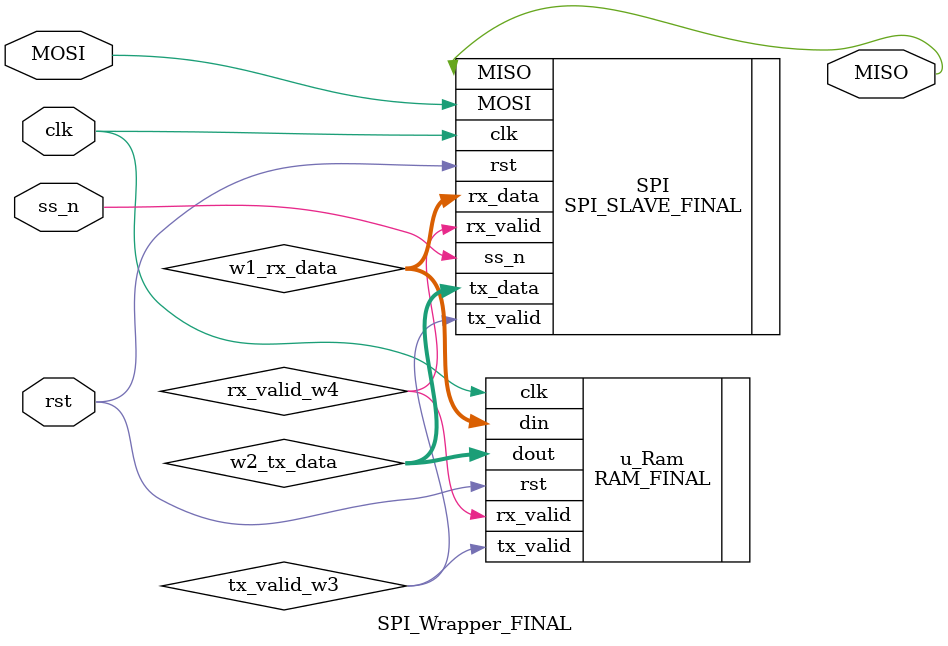
<source format=v>
module SPI_Wrapper_FINAL (
    input MOSI , clk , rst , ss_n ,
    output MISO );

wire [0:9] w1_rx_data;
wire [0:7] w2_tx_data;
wire tx_valid_w3;
wire rx_valid_w4;

SPI_SLAVE_FINAL SPI ( .MOSI(MOSI) , 
.clk(clk) , 
.rst(rst) , 
.tx_valid(tx_valid_w3) ,
.ss_n(ss_n) ,
.tx_data(w2_tx_data) , 
.MISO(MISO) , 
.rx_valid(rx_valid_w4) , 
.rx_data(w1_rx_data) );

RAM_FINAL u_Ram ( .clk(clk) ,
.rst(rst) , 
.rx_valid(rx_valid_w4) , 
.din(w1_rx_data) , 
.dout(w2_tx_data) , 
.tx_valid(tx_valid_w3) );

endmodule



</source>
